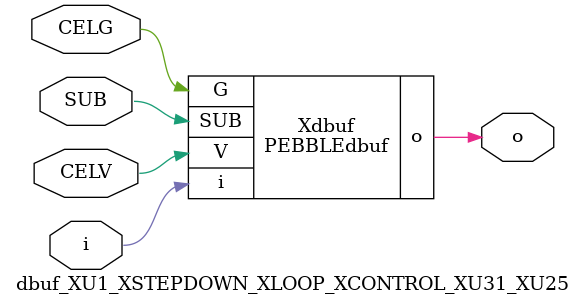
<source format=v>



module PEBBLEdbuf ( o, G, SUB, V, i );

  input V;
  input i;
  input G;
  output o;
  input SUB;
endmodule

//Celera Confidential Do Not Copy dbuf_XU1_XSTEPDOWN_XLOOP_XCONTROL_XU31_XU25
//Celera Confidential Symbol Generator
//Digital Buffer
module dbuf_XU1_XSTEPDOWN_XLOOP_XCONTROL_XU31_XU25 (CELV,CELG,i,o,SUB);
input CELV;
input CELG;
input i;
input SUB;
output o;

//Celera Confidential Do Not Copy dbuf
PEBBLEdbuf Xdbuf(
.V (CELV),
.i (i),
.o (o),
.SUB (SUB),
.G (CELG)
);
//,diesize,PEBBLEdbuf

//Celera Confidential Do Not Copy Module End
//Celera Schematic Generator
endmodule

</source>
